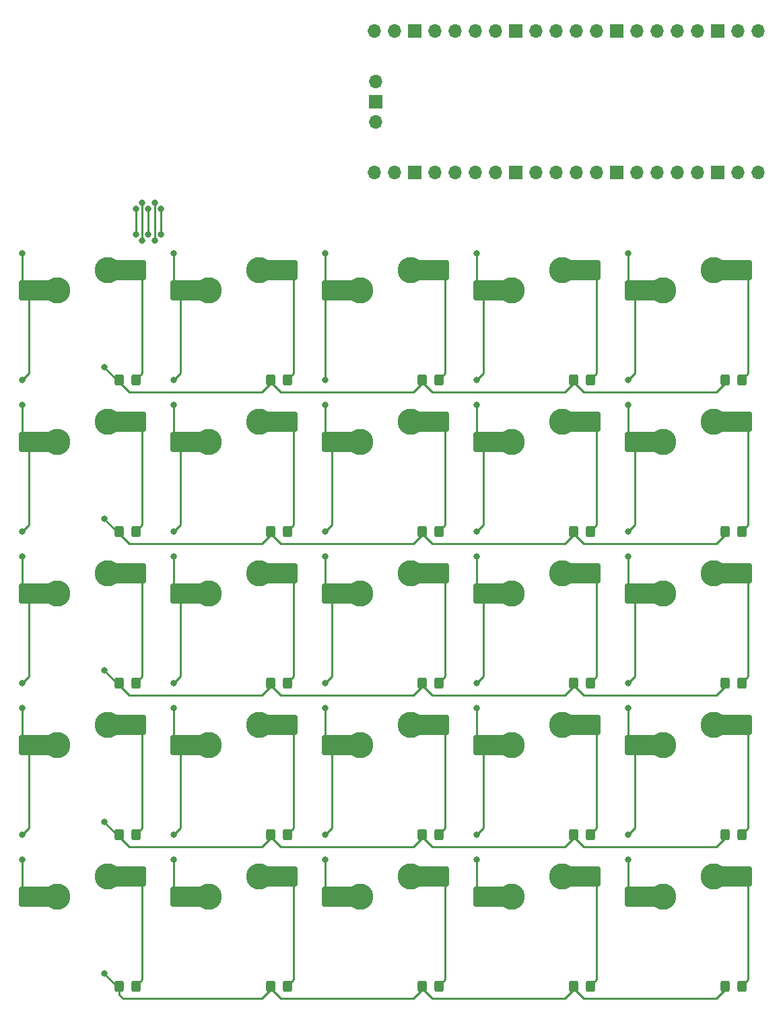
<source format=gbr>
%TF.GenerationSoftware,KiCad,Pcbnew,7.0.1*%
%TF.CreationDate,2023-04-16T00:18:29-05:00*%
%TF.ProjectId,5x5 Macro Pad,35783520-4d61-4637-926f-205061642e6b,rev?*%
%TF.SameCoordinates,Original*%
%TF.FileFunction,Copper,L2,Bot*%
%TF.FilePolarity,Positive*%
%FSLAX46Y46*%
G04 Gerber Fmt 4.6, Leading zero omitted, Abs format (unit mm)*
G04 Created by KiCad (PCBNEW 7.0.1) date 2023-04-16 00:18:29*
%MOMM*%
%LPD*%
G01*
G04 APERTURE LIST*
G04 Aperture macros list*
%AMRoundRect*
0 Rectangle with rounded corners*
0 $1 Rounding radius*
0 $2 $3 $4 $5 $6 $7 $8 $9 X,Y pos of 4 corners*
0 Add a 4 corners polygon primitive as box body*
4,1,4,$2,$3,$4,$5,$6,$7,$8,$9,$2,$3,0*
0 Add four circle primitives for the rounded corners*
1,1,$1+$1,$2,$3*
1,1,$1+$1,$4,$5*
1,1,$1+$1,$6,$7*
1,1,$1+$1,$8,$9*
0 Add four rect primitives between the rounded corners*
20,1,$1+$1,$2,$3,$4,$5,0*
20,1,$1+$1,$4,$5,$6,$7,0*
20,1,$1+$1,$6,$7,$8,$9,0*
20,1,$1+$1,$8,$9,$2,$3,0*%
G04 Aperture macros list end*
%TA.AperFunction,SMDPad,CuDef*%
%ADD10RoundRect,0.250000X-0.325000X-0.450000X0.325000X-0.450000X0.325000X0.450000X-0.325000X0.450000X0*%
%TD*%
%TA.AperFunction,ComponentPad*%
%ADD11C,3.300000*%
%TD*%
%TA.AperFunction,SMDPad,CuDef*%
%ADD12R,1.650000X2.500000*%
%TD*%
%TA.AperFunction,SMDPad,CuDef*%
%ADD13RoundRect,0.250000X1.025000X1.000000X-1.025000X1.000000X-1.025000X-1.000000X1.025000X-1.000000X0*%
%TD*%
%TA.AperFunction,ComponentPad*%
%ADD14O,1.700000X1.700000*%
%TD*%
%TA.AperFunction,ComponentPad*%
%ADD15R,1.700000X1.700000*%
%TD*%
%TA.AperFunction,ViaPad*%
%ADD16C,0.800000*%
%TD*%
%TA.AperFunction,Conductor*%
%ADD17C,0.250000*%
%TD*%
G04 APERTURE END LIST*
D10*
%TO.P,D25,1,K*%
%TO.N,ROW4*%
X161202500Y-170592750D03*
%TO.P,D25,2,A*%
%TO.N,Net-(D25-A)*%
X163252500Y-170592750D03*
%TD*%
%TO.P,D24,1,K*%
%TO.N,ROW4*%
X142152500Y-170592750D03*
%TO.P,D24,2,A*%
%TO.N,Net-(D24-A)*%
X144202500Y-170592750D03*
%TD*%
%TO.P,D23,1,K*%
%TO.N,ROW4*%
X123102500Y-170592750D03*
%TO.P,D23,2,A*%
%TO.N,Net-(D23-A)*%
X125152500Y-170592750D03*
%TD*%
%TO.P,D22,1,K*%
%TO.N,ROW4*%
X104052500Y-170592750D03*
%TO.P,D22,2,A*%
%TO.N,Net-(D22-A)*%
X106102500Y-170592750D03*
%TD*%
%TO.P,D21,1,K*%
%TO.N,ROW4*%
X85002500Y-170592750D03*
%TO.P,D21,2,A*%
%TO.N,Net-(D21-A)*%
X87052500Y-170592750D03*
%TD*%
%TO.P,D20,1,K*%
%TO.N,ROW3*%
X161202500Y-151542750D03*
%TO.P,D20,2,A*%
%TO.N,Net-(D20-A)*%
X163252500Y-151542750D03*
%TD*%
%TO.P,D19,1,K*%
%TO.N,ROW3*%
X142152500Y-151542750D03*
%TO.P,D19,2,A*%
%TO.N,Net-(D19-A)*%
X144202500Y-151542750D03*
%TD*%
%TO.P,D18,1,K*%
%TO.N,ROW3*%
X123102500Y-151542750D03*
%TO.P,D18,2,A*%
%TO.N,Net-(D18-A)*%
X125152500Y-151542750D03*
%TD*%
%TO.P,D17,1,K*%
%TO.N,ROW3*%
X104052500Y-151542750D03*
%TO.P,D17,2,A*%
%TO.N,Net-(D17-A)*%
X106102500Y-151542750D03*
%TD*%
%TO.P,D16,1,K*%
%TO.N,ROW3*%
X85002500Y-151542750D03*
%TO.P,D16,2,A*%
%TO.N,Net-(D16-A)*%
X87052500Y-151542750D03*
%TD*%
%TO.P,D15,1,K*%
%TO.N,ROW2*%
X161202500Y-132492750D03*
%TO.P,D15,2,A*%
%TO.N,Net-(D15-A)*%
X163252500Y-132492750D03*
%TD*%
%TO.P,D14,1,K*%
%TO.N,ROW2*%
X142152500Y-132492750D03*
%TO.P,D14,2,A*%
%TO.N,Net-(D14-A)*%
X144202500Y-132492750D03*
%TD*%
%TO.P,D13,1,K*%
%TO.N,ROW2*%
X123102500Y-132492750D03*
%TO.P,D13,2,A*%
%TO.N,Net-(D13-A)*%
X125152500Y-132492750D03*
%TD*%
%TO.P,D12,2,A*%
%TO.N,Net-(D12-A)*%
X106102500Y-132492750D03*
%TO.P,D12,1,K*%
%TO.N,ROW2*%
X104052500Y-132492750D03*
%TD*%
%TO.P,D11,1,K*%
%TO.N,ROW2*%
X85002500Y-132492750D03*
%TO.P,D11,2,A*%
%TO.N,Net-(D11-A)*%
X87052500Y-132492750D03*
%TD*%
%TO.P,D10,1,K*%
%TO.N,ROW1*%
X161202500Y-113442750D03*
%TO.P,D10,2,A*%
%TO.N,Net-(D10-A)*%
X163252500Y-113442750D03*
%TD*%
%TO.P,D9,1,K*%
%TO.N,ROW1*%
X142152500Y-113442750D03*
%TO.P,D9,2,A*%
%TO.N,Net-(D9-A)*%
X144202500Y-113442750D03*
%TD*%
%TO.P,D8,1,K*%
%TO.N,ROW1*%
X123102500Y-113442750D03*
%TO.P,D8,2,A*%
%TO.N,Net-(D8-A)*%
X125152500Y-113442750D03*
%TD*%
%TO.P,D7,1,K*%
%TO.N,ROW1*%
X104052500Y-113442750D03*
%TO.P,D7,2,A*%
%TO.N,Net-(D7-A)*%
X106102500Y-113442750D03*
%TD*%
%TO.P,D6,1,K*%
%TO.N,ROW1*%
X85002500Y-113442750D03*
%TO.P,D6,2,A*%
%TO.N,Net-(D6-A)*%
X87052500Y-113442750D03*
%TD*%
%TO.P,D5,1,K*%
%TO.N,ROW0*%
X161202500Y-94392750D03*
%TO.P,D5,2,A*%
%TO.N,Net-(D5-A)*%
X163252500Y-94392750D03*
%TD*%
%TO.P,D4,2,A*%
%TO.N,Net-(D4-A)*%
X144202500Y-94392750D03*
%TO.P,D4,1,K*%
%TO.N,ROW0*%
X142152500Y-94392750D03*
%TD*%
%TO.P,D3,1,K*%
%TO.N,ROW0*%
X123102500Y-94392750D03*
%TO.P,D3,2,A*%
%TO.N,Net-(D3-A)*%
X125152500Y-94392750D03*
%TD*%
%TO.P,D2,1,K*%
%TO.N,ROW0*%
X104052500Y-94392750D03*
%TO.P,D2,2,A*%
%TO.N,Net-(D2-A)*%
X106102500Y-94392750D03*
%TD*%
%TO.P,D1,2,A*%
%TO.N,Net-(D1-A)*%
X87052500Y-94392750D03*
%TO.P,D1,1,K*%
%TO.N,ROW0*%
X85002500Y-94392750D03*
%TD*%
D11*
%TO.P,MX25,1,1*%
%TO.N,COL4*%
X153352500Y-159385000D03*
D12*
X151527500Y-159385000D03*
D13*
X149802500Y-159385000D03*
%TO.P,MX25,2,2*%
%TO.N,Net-(D25-A)*%
X163252500Y-156845000D03*
D12*
X161502500Y-156845000D03*
D11*
X159702500Y-156845000D03*
%TD*%
%TO.P,MX24,1,1*%
%TO.N,COL3*%
X134302500Y-159385000D03*
D12*
X132477500Y-159385000D03*
D13*
X130752500Y-159385000D03*
%TO.P,MX24,2,2*%
%TO.N,Net-(D24-A)*%
X144202500Y-156845000D03*
D12*
X142452500Y-156845000D03*
D11*
X140652500Y-156845000D03*
%TD*%
%TO.P,MX23,1,1*%
%TO.N,COL2*%
X115252500Y-159385000D03*
D12*
X113427500Y-159385000D03*
D13*
X111702500Y-159385000D03*
%TO.P,MX23,2,2*%
%TO.N,Net-(D23-A)*%
X125152500Y-156845000D03*
D12*
X123402500Y-156845000D03*
D11*
X121602500Y-156845000D03*
%TD*%
%TO.P,MX22,1,1*%
%TO.N,COL1*%
X96202500Y-159385000D03*
D12*
X94377500Y-159385000D03*
D13*
X92652500Y-159385000D03*
%TO.P,MX22,2,2*%
%TO.N,Net-(D22-A)*%
X106102500Y-156845000D03*
D12*
X104352500Y-156845000D03*
D11*
X102552500Y-156845000D03*
%TD*%
%TO.P,MX21,1,1*%
%TO.N,COL0*%
X77152500Y-159385000D03*
D12*
X75327500Y-159385000D03*
D13*
X73602500Y-159385000D03*
%TO.P,MX21,2,2*%
%TO.N,Net-(D21-A)*%
X87052500Y-156845000D03*
D12*
X85302500Y-156845000D03*
D11*
X83502500Y-156845000D03*
%TD*%
%TO.P,MX20,1,1*%
%TO.N,COL4*%
X153352500Y-140335000D03*
D12*
X151527500Y-140335000D03*
D13*
X149802500Y-140335000D03*
%TO.P,MX20,2,2*%
%TO.N,Net-(D20-A)*%
X163252500Y-137795000D03*
D12*
X161502500Y-137795000D03*
D11*
X159702500Y-137795000D03*
%TD*%
%TO.P,MX19,1,1*%
%TO.N,COL3*%
X134302500Y-140335000D03*
D12*
X132477500Y-140335000D03*
D13*
X130752500Y-140335000D03*
%TO.P,MX19,2,2*%
%TO.N,Net-(D19-A)*%
X144202500Y-137795000D03*
D12*
X142452500Y-137795000D03*
D11*
X140652500Y-137795000D03*
%TD*%
%TO.P,MX18,1,1*%
%TO.N,COL2*%
X115252500Y-140335000D03*
D12*
X113427500Y-140335000D03*
D13*
X111702500Y-140335000D03*
%TO.P,MX18,2,2*%
%TO.N,Net-(D18-A)*%
X125152500Y-137795000D03*
D12*
X123402500Y-137795000D03*
D11*
X121602500Y-137795000D03*
%TD*%
%TO.P,MX17,1,1*%
%TO.N,COL1*%
X96202500Y-140335000D03*
D12*
X94377500Y-140335000D03*
D13*
X92652500Y-140335000D03*
%TO.P,MX17,2,2*%
%TO.N,Net-(D17-A)*%
X106102500Y-137795000D03*
D12*
X104352500Y-137795000D03*
D11*
X102552500Y-137795000D03*
%TD*%
%TO.P,MX16,1,1*%
%TO.N,COL0*%
X77152500Y-140335000D03*
D12*
X75327500Y-140335000D03*
D13*
X73602500Y-140335000D03*
%TO.P,MX16,2,2*%
%TO.N,Net-(D16-A)*%
X87052500Y-137795000D03*
D12*
X85302500Y-137795000D03*
D11*
X83502500Y-137795000D03*
%TD*%
%TO.P,MX15,1,1*%
%TO.N,COL4*%
X153352500Y-121285000D03*
D12*
X151527500Y-121285000D03*
D13*
X149802500Y-121285000D03*
%TO.P,MX15,2,2*%
%TO.N,Net-(D15-A)*%
X163252500Y-118745000D03*
D12*
X161502500Y-118745000D03*
D11*
X159702500Y-118745000D03*
%TD*%
%TO.P,MX14,1,1*%
%TO.N,COL3*%
X134302500Y-121285000D03*
D12*
X132477500Y-121285000D03*
D13*
X130752500Y-121285000D03*
%TO.P,MX14,2,2*%
%TO.N,Net-(D14-A)*%
X144202500Y-118745000D03*
D12*
X142452500Y-118745000D03*
D11*
X140652500Y-118745000D03*
%TD*%
%TO.P,MX13,1,1*%
%TO.N,COL2*%
X115252500Y-121285000D03*
D12*
X113427500Y-121285000D03*
D13*
X111702500Y-121285000D03*
%TO.P,MX13,2,2*%
%TO.N,Net-(D13-A)*%
X125152500Y-118745000D03*
D12*
X123402500Y-118745000D03*
D11*
X121602500Y-118745000D03*
%TD*%
%TO.P,MX12,1,1*%
%TO.N,COL1*%
X96202500Y-121285000D03*
D12*
X94377500Y-121285000D03*
D13*
X92652500Y-121285000D03*
%TO.P,MX12,2,2*%
%TO.N,Net-(D12-A)*%
X106102500Y-118745000D03*
D12*
X104352500Y-118745000D03*
D11*
X102552500Y-118745000D03*
%TD*%
%TO.P,MX11,1,1*%
%TO.N,COL0*%
X77152500Y-121285000D03*
D12*
X75327500Y-121285000D03*
D13*
X73602500Y-121285000D03*
%TO.P,MX11,2,2*%
%TO.N,Net-(D11-A)*%
X87052500Y-118745000D03*
D12*
X85302500Y-118745000D03*
D11*
X83502500Y-118745000D03*
%TD*%
%TO.P,MX10,1,1*%
%TO.N,COL4*%
X153352500Y-102235000D03*
D12*
X151527500Y-102235000D03*
D13*
X149802500Y-102235000D03*
%TO.P,MX10,2,2*%
%TO.N,Net-(D10-A)*%
X163252500Y-99695000D03*
D12*
X161502500Y-99695000D03*
D11*
X159702500Y-99695000D03*
%TD*%
%TO.P,MX9,1,1*%
%TO.N,COL3*%
X134302500Y-102235000D03*
D12*
X132477500Y-102235000D03*
D13*
X130752500Y-102235000D03*
%TO.P,MX9,2,2*%
%TO.N,Net-(D9-A)*%
X144202500Y-99695000D03*
D12*
X142452500Y-99695000D03*
D11*
X140652500Y-99695000D03*
%TD*%
%TO.P,MX8,1,1*%
%TO.N,COL2*%
X115252500Y-102235000D03*
D12*
X113427500Y-102235000D03*
D13*
X111702500Y-102235000D03*
%TO.P,MX8,2,2*%
%TO.N,Net-(D8-A)*%
X125152500Y-99695000D03*
D12*
X123402500Y-99695000D03*
D11*
X121602500Y-99695000D03*
%TD*%
%TO.P,MX7,1,1*%
%TO.N,COL1*%
X96202500Y-102235000D03*
D12*
X94377500Y-102235000D03*
D13*
X92652500Y-102235000D03*
%TO.P,MX7,2,2*%
%TO.N,Net-(D7-A)*%
X106102500Y-99695000D03*
D12*
X104352500Y-99695000D03*
D11*
X102552500Y-99695000D03*
%TD*%
%TO.P,MX6,1,1*%
%TO.N,COL0*%
X77152500Y-102235000D03*
D12*
X75327500Y-102235000D03*
D13*
X73602500Y-102235000D03*
%TO.P,MX6,2,2*%
%TO.N,Net-(D6-A)*%
X87052500Y-99695000D03*
D12*
X85302500Y-99695000D03*
D11*
X83502500Y-99695000D03*
%TD*%
%TO.P,MX5,1,1*%
%TO.N,COL4*%
X153352500Y-83185000D03*
D12*
X151527500Y-83185000D03*
D13*
X149802500Y-83185000D03*
%TO.P,MX5,2,2*%
%TO.N,Net-(D5-A)*%
X163252500Y-80645000D03*
D12*
X161502500Y-80645000D03*
D11*
X159702500Y-80645000D03*
%TD*%
%TO.P,MX4,1,1*%
%TO.N,COL3*%
X134302500Y-83185000D03*
D12*
X132477500Y-83185000D03*
D13*
X130752500Y-83185000D03*
%TO.P,MX4,2,2*%
%TO.N,Net-(D4-A)*%
X144202500Y-80645000D03*
D12*
X142452500Y-80645000D03*
D11*
X140652500Y-80645000D03*
%TD*%
%TO.P,MX3,1,1*%
%TO.N,COL2*%
X115252500Y-83185000D03*
D12*
X113427500Y-83185000D03*
D13*
X111702500Y-83185000D03*
%TO.P,MX3,2,2*%
%TO.N,Net-(D3-A)*%
X125152500Y-80645000D03*
D12*
X123402500Y-80645000D03*
D11*
X121602500Y-80645000D03*
%TD*%
%TO.P,MX2,1,1*%
%TO.N,COL1*%
X96202500Y-83185000D03*
D12*
X94377500Y-83185000D03*
D13*
X92652500Y-83185000D03*
%TO.P,MX2,2,2*%
%TO.N,Net-(D2-A)*%
X106102500Y-80645000D03*
D12*
X104352500Y-80645000D03*
D11*
X102552500Y-80645000D03*
%TD*%
%TO.P,MX1,1,1*%
%TO.N,COL0*%
X77152500Y-83185000D03*
D12*
X75327500Y-83185000D03*
D13*
X73602500Y-83185000D03*
%TO.P,MX1,2,2*%
%TO.N,Net-(D1-A)*%
X87052500Y-80645000D03*
D12*
X85302500Y-80645000D03*
D11*
X83502500Y-80645000D03*
%TD*%
D14*
%TO.P,U1,43,SWDIO*%
%TO.N,unconnected-(U1-SWDIO-Pad43)*%
X117254500Y-61976000D03*
D15*
%TO.P,U1,42,GND*%
%TO.N,unconnected-(U1-GND-Pad42)*%
X117254500Y-59436000D03*
D14*
%TO.P,U1,41,SWCLK*%
%TO.N,unconnected-(U1-SWCLK-Pad41)*%
X117254500Y-56896000D03*
%TO.P,U1,40,VBUS*%
%TO.N,unconnected-(U1-VBUS-Pad40)*%
X165284500Y-68326000D03*
%TO.P,U1,39,VSYS*%
%TO.N,unconnected-(U1-VSYS-Pad39)*%
X162744500Y-68326000D03*
D15*
%TO.P,U1,38,GND*%
%TO.N,unconnected-(U1-GND-Pad38)*%
X160204500Y-68326000D03*
D14*
%TO.P,U1,37,3V3_EN*%
%TO.N,unconnected-(U1-3V3_EN-Pad37)*%
X157664500Y-68326000D03*
%TO.P,U1,36,3V3*%
%TO.N,unconnected-(U1-3V3-Pad36)*%
X155124500Y-68326000D03*
%TO.P,U1,35,ADC_VREF*%
%TO.N,unconnected-(U1-ADC_VREF-Pad35)*%
X152584500Y-68326000D03*
%TO.P,U1,34,GPIO28_ADC2*%
%TO.N,COL4*%
X150044500Y-68326000D03*
D15*
%TO.P,U1,33,AGND*%
%TO.N,unconnected-(U1-AGND-Pad33)*%
X147504500Y-68326000D03*
D14*
%TO.P,U1,32,GPIO27_ADC1*%
%TO.N,COL3*%
X144964500Y-68326000D03*
%TO.P,U1,31,GPIO26_ADC0*%
%TO.N,COL2*%
X142424500Y-68326000D03*
%TO.P,U1,30,RUN*%
%TO.N,unconnected-(U1-RUN-Pad30)*%
X139884500Y-68326000D03*
%TO.P,U1,29,GPIO22*%
%TO.N,COL1*%
X137344500Y-68326000D03*
D15*
%TO.P,U1,28,GND*%
%TO.N,unconnected-(U1-GND-Pad28)*%
X134804500Y-68326000D03*
D14*
%TO.P,U1,27,GPIO21*%
%TO.N,COL0*%
X132264500Y-68326000D03*
%TO.P,U1,26,GPIO20*%
%TO.N,ROW4*%
X129724500Y-68326000D03*
%TO.P,U1,25,GPIO19*%
%TO.N,ROW3*%
X127184500Y-68326000D03*
%TO.P,U1,24,GPIO18*%
%TO.N,ROW2*%
X124644500Y-68326000D03*
D15*
%TO.P,U1,23,GND*%
%TO.N,unconnected-(U1-GND-Pad23)*%
X122104500Y-68326000D03*
D14*
%TO.P,U1,22,GPIO17*%
%TO.N,ROW1*%
X119564500Y-68326000D03*
%TO.P,U1,21,GPIO16*%
%TO.N,ROW0*%
X117024500Y-68326000D03*
%TO.P,U1,20,GPIO15*%
%TO.N,unconnected-(U1-GPIO15-Pad20)*%
X117024500Y-50546000D03*
%TO.P,U1,19,GPIO14*%
%TO.N,unconnected-(U1-GPIO14-Pad19)*%
X119564500Y-50546000D03*
D15*
%TO.P,U1,18,GND*%
%TO.N,unconnected-(U1-GND-Pad18)*%
X122104500Y-50546000D03*
D14*
%TO.P,U1,17,GPIO13*%
%TO.N,unconnected-(U1-GPIO13-Pad17)*%
X124644500Y-50546000D03*
%TO.P,U1,16,GPIO12*%
%TO.N,unconnected-(U1-GPIO12-Pad16)*%
X127184500Y-50546000D03*
%TO.P,U1,15,GPIO11*%
%TO.N,unconnected-(U1-GPIO11-Pad15)*%
X129724500Y-50546000D03*
%TO.P,U1,14,GPIO10*%
%TO.N,unconnected-(U1-GPIO10-Pad14)*%
X132264500Y-50546000D03*
D15*
%TO.P,U1,13,GND*%
%TO.N,unconnected-(U1-GND-Pad13)*%
X134804500Y-50546000D03*
D14*
%TO.P,U1,12,GPIO9*%
%TO.N,unconnected-(U1-GPIO9-Pad12)*%
X137344500Y-50546000D03*
%TO.P,U1,11,GPIO8*%
%TO.N,unconnected-(U1-GPIO8-Pad11)*%
X139884500Y-50546000D03*
%TO.P,U1,10,GPIO7*%
%TO.N,unconnected-(U1-GPIO7-Pad10)*%
X142424500Y-50546000D03*
%TO.P,U1,9,GPIO6*%
%TO.N,unconnected-(U1-GPIO6-Pad9)*%
X144964500Y-50546000D03*
D15*
%TO.P,U1,8,GND*%
%TO.N,unconnected-(U1-GND-Pad8)*%
X147504500Y-50546000D03*
D14*
%TO.P,U1,7,GPIO5*%
%TO.N,unconnected-(U1-GPIO5-Pad7)*%
X150044500Y-50546000D03*
%TO.P,U1,6,GPIO4*%
%TO.N,unconnected-(U1-GPIO4-Pad6)*%
X152584500Y-50546000D03*
%TO.P,U1,5,GPIO3*%
%TO.N,unconnected-(U1-GPIO3-Pad5)*%
X155124500Y-50546000D03*
%TO.P,U1,4,GPIO2*%
%TO.N,unconnected-(U1-GPIO2-Pad4)*%
X157664500Y-50546000D03*
D15*
%TO.P,U1,3,GND*%
%TO.N,unconnected-(U1-GND-Pad3)*%
X160204500Y-50546000D03*
D14*
%TO.P,U1,2,GPIO1*%
%TO.N,unconnected-(U1-GPIO1-Pad2)*%
X162744500Y-50546000D03*
%TO.P,U1,1,GPIO0*%
%TO.N,unconnected-(U1-GPIO0-Pad1)*%
X165284500Y-50546000D03*
%TD*%
D16*
%TO.N,ROW0*%
X87052500Y-72961500D03*
%TO.N,ROW1*%
X87846250Y-72167750D03*
%TO.N,ROW2*%
X88640000Y-72961500D03*
%TO.N,ROW3*%
X89433750Y-72167750D03*
%TO.N,ROW4*%
X90227500Y-72961500D03*
%TO.N,ROW0*%
X87052500Y-76136500D03*
%TO.N,ROW1*%
X87846250Y-76930250D03*
%TO.N,ROW2*%
X88640000Y-76136500D03*
%TO.N,ROW3*%
X89433750Y-76930250D03*
%TO.N,ROW4*%
X90227500Y-76136500D03*
X83083750Y-169005250D03*
%TO.N,ROW3*%
X83083750Y-149955250D03*
%TO.N,ROW2*%
X83083750Y-130905250D03*
%TO.N,ROW1*%
X83083750Y-111855250D03*
%TO.N,ROW0*%
X83083750Y-92805250D03*
%TO.N,COL4*%
X148965000Y-78517750D03*
%TO.N,COL3*%
X129915000Y-78517750D03*
%TO.N,COL4*%
X148965000Y-97567750D03*
X148965000Y-94392750D03*
X148965000Y-116617750D03*
X148965000Y-113442750D03*
X148965000Y-135667750D03*
X148965000Y-132492750D03*
X148965000Y-154717750D03*
X148965000Y-151542750D03*
%TO.N,COL3*%
X129915000Y-97567750D03*
X129915000Y-94392750D03*
X129915000Y-116617750D03*
X129915000Y-113442750D03*
X129915000Y-135667750D03*
X129915000Y-132492750D03*
X129915000Y-154717750D03*
X129915000Y-151542750D03*
%TO.N,COL2*%
X110865000Y-78517750D03*
X110865000Y-97567750D03*
X110865000Y-94392750D03*
X110865000Y-116617750D03*
X110865000Y-113442750D03*
X110865000Y-135667750D03*
X110865000Y-132492750D03*
X110865000Y-154717750D03*
X110865000Y-151542750D03*
%TO.N,COL1*%
X91815000Y-78517750D03*
%TO.N,COL0*%
X72765000Y-78517750D03*
X72765000Y-94392750D03*
X72765000Y-97567750D03*
X72765000Y-113442750D03*
X72765000Y-116617750D03*
X72765000Y-132492750D03*
X72765000Y-135667750D03*
X72765000Y-151542750D03*
X72765000Y-154717750D03*
%TO.N,COL1*%
X91815000Y-94392750D03*
X91815000Y-97567750D03*
X91815000Y-113442750D03*
X91815000Y-116617750D03*
X91815000Y-132492750D03*
X91815000Y-135667750D03*
X91815000Y-151542750D03*
X91815000Y-154717750D03*
%TD*%
D17*
%TO.N,COL2*%
X110865000Y-94392750D02*
X110865000Y-84022500D01*
X110865000Y-84022500D02*
X111702500Y-83185000D01*
%TO.N,ROW4*%
X90227500Y-76136500D02*
X90227500Y-72961500D01*
%TO.N,ROW3*%
X89433750Y-72167750D02*
X89433750Y-76930250D01*
%TO.N,ROW2*%
X88640000Y-76136500D02*
X88640000Y-72961500D01*
%TO.N,ROW1*%
X87846250Y-72167750D02*
X87846250Y-76930250D01*
%TO.N,ROW0*%
X87052500Y-76136500D02*
X87052500Y-72961500D01*
%TO.N,ROW4*%
X84671250Y-170592750D02*
X83083750Y-169005250D01*
X85002500Y-170592750D02*
X84671250Y-170592750D01*
%TO.N,ROW1*%
X84671250Y-113442750D02*
X83083750Y-111855250D01*
X85002500Y-113442750D02*
X84671250Y-113442750D01*
%TO.N,ROW2*%
X84671250Y-132492750D02*
X83083750Y-130905250D01*
X85002500Y-132492750D02*
X84671250Y-132492750D01*
%TO.N,ROW3*%
X84671250Y-151542750D02*
X83083750Y-149955250D01*
X85002500Y-151542750D02*
X84671250Y-151542750D01*
%TO.N,ROW0*%
X85002500Y-94392750D02*
X84671250Y-94392750D01*
X84671250Y-94392750D02*
X83083750Y-92805250D01*
%TO.N,COL4*%
X149802500Y-150705250D02*
X148965000Y-151542750D01*
X149802500Y-140335000D02*
X149802500Y-150705250D01*
X149802500Y-131655250D02*
X148965000Y-132492750D01*
X149802500Y-121285000D02*
X149802500Y-131655250D01*
X149802500Y-112605250D02*
X148965000Y-113442750D01*
X149802500Y-102235000D02*
X149802500Y-112605250D01*
X149802500Y-93555250D02*
X148965000Y-94392750D01*
X149802500Y-83185000D02*
X149802500Y-93555250D01*
%TO.N,COL3*%
X130752500Y-150705250D02*
X129915000Y-151542750D01*
X130752500Y-140335000D02*
X130752500Y-150705250D01*
X130752500Y-131655250D02*
X129915000Y-132492750D01*
X130752500Y-121285000D02*
X130752500Y-131655250D01*
X130752500Y-112605250D02*
X129915000Y-113442750D01*
X130752500Y-102235000D02*
X130752500Y-112605250D01*
X130752500Y-93555250D02*
X129915000Y-94392750D01*
X130752500Y-83185000D02*
X130752500Y-93555250D01*
%TO.N,COL2*%
X111702500Y-150705250D02*
X110865000Y-151542750D01*
X111702500Y-140335000D02*
X111702500Y-150705250D01*
X111702500Y-131655250D02*
X110865000Y-132492750D01*
X111702500Y-121285000D02*
X111702500Y-131655250D01*
X111702500Y-112605250D02*
X110865000Y-113442750D01*
X111702500Y-102235000D02*
X111702500Y-112605250D01*
%TO.N,COL1*%
X92652500Y-150705250D02*
X91815000Y-151542750D01*
X92652500Y-140335000D02*
X92652500Y-150705250D01*
X92652500Y-131655250D02*
X91815000Y-132492750D01*
X92652500Y-121285000D02*
X92652500Y-131655250D01*
X92652500Y-112605250D02*
X91815000Y-113442750D01*
X92652500Y-102235000D02*
X92652500Y-112605250D01*
X92652500Y-83185000D02*
X92652500Y-93555250D01*
X92652500Y-93555250D02*
X91815000Y-94392750D01*
%TO.N,COL0*%
X73602500Y-150705250D02*
X72765000Y-151542750D01*
X73602500Y-140335000D02*
X73602500Y-150705250D01*
X73602500Y-131655250D02*
X72765000Y-132492750D01*
X73602500Y-121285000D02*
X73602500Y-131655250D01*
X73602500Y-112605250D02*
X72765000Y-113442750D01*
X73602500Y-102235000D02*
X73602500Y-112605250D01*
X73602500Y-93555250D02*
X72765000Y-94392750D01*
X73602500Y-83185000D02*
X73602500Y-93555250D01*
%TO.N,COL4*%
X148965000Y-82347500D02*
X148965000Y-78517750D01*
X149802500Y-83185000D02*
X148965000Y-82347500D01*
X149802500Y-102235000D02*
X148965000Y-101397500D01*
X148965000Y-101397500D02*
X148965000Y-97567750D01*
X148965000Y-120447500D02*
X148965000Y-116617750D01*
X149802500Y-121285000D02*
X148965000Y-120447500D01*
X148965000Y-139497500D02*
X148965000Y-135667750D01*
X149802500Y-140335000D02*
X148965000Y-139497500D01*
X148965000Y-158547500D02*
X148965000Y-154717750D01*
X149802500Y-159385000D02*
X148965000Y-158547500D01*
%TO.N,COL0*%
X72765000Y-158547500D02*
X72765000Y-154717750D01*
X73602500Y-159385000D02*
X72765000Y-158547500D01*
%TO.N,COL1*%
X91815000Y-158547500D02*
X91815000Y-154717750D01*
X92652500Y-159385000D02*
X91815000Y-158547500D01*
X91815000Y-139497500D02*
X91815000Y-135667750D01*
X92652500Y-140335000D02*
X91815000Y-139497500D01*
%TO.N,COL0*%
X72765000Y-139497500D02*
X72765000Y-135667750D01*
X73602500Y-140335000D02*
X72765000Y-139497500D01*
%TO.N,COL1*%
X91815000Y-120447500D02*
X91815000Y-116617750D01*
X92652500Y-121285000D02*
X91815000Y-120447500D01*
%TO.N,COL0*%
X72765000Y-120447500D02*
X72765000Y-116617750D01*
X73602500Y-121285000D02*
X72765000Y-120447500D01*
X72765000Y-101397500D02*
X72765000Y-97567750D01*
X73602500Y-102235000D02*
X72765000Y-101397500D01*
%TO.N,COL1*%
X91815000Y-101397500D02*
X91815000Y-97567750D01*
X92652500Y-102235000D02*
X91815000Y-101397500D01*
%TO.N,COL2*%
X110865000Y-101397500D02*
X110865000Y-97567750D01*
X111702500Y-102235000D02*
X110865000Y-101397500D01*
X110865000Y-120447500D02*
X110865000Y-116617750D01*
X111702500Y-121285000D02*
X110865000Y-120447500D01*
X110865000Y-139497500D02*
X110865000Y-135667750D01*
X111702500Y-140335000D02*
X110865000Y-139497500D01*
X110865000Y-158547500D02*
X110865000Y-154717750D01*
X111702500Y-159385000D02*
X110865000Y-158547500D01*
%TO.N,COL3*%
X129915000Y-158547500D02*
X129915000Y-154717750D01*
X130752500Y-159385000D02*
X129915000Y-158547500D01*
X129915000Y-139497500D02*
X129915000Y-135667750D01*
X130752500Y-140335000D02*
X129915000Y-139497500D01*
X129915000Y-120447500D02*
X129915000Y-116617750D01*
X130752500Y-121285000D02*
X129915000Y-120447500D01*
X129915000Y-101397500D02*
X129915000Y-97567750D01*
X130752500Y-102235000D02*
X129915000Y-101397500D01*
X129915000Y-82347500D02*
X129915000Y-78517750D01*
X130752500Y-83185000D02*
X129915000Y-82347500D01*
%TO.N,COL2*%
X110865000Y-82347500D02*
X110865000Y-78517750D01*
X111702500Y-83185000D02*
X110865000Y-82347500D01*
%TO.N,COL1*%
X91815000Y-82347500D02*
X91815000Y-78517750D01*
X92652500Y-83185000D02*
X91815000Y-82347500D01*
%TO.N,COL0*%
X72765000Y-82347500D02*
X72765000Y-78517750D01*
X73602500Y-83185000D02*
X72765000Y-82347500D01*
%TO.N,ROW4*%
X161202500Y-171055250D02*
X161202500Y-170592750D01*
X160077500Y-172180250D02*
X161202500Y-171055250D01*
X143408750Y-172180250D02*
X160077500Y-172180250D01*
X142152500Y-170592750D02*
X142152500Y-170924000D01*
X142152500Y-170924000D02*
X143408750Y-172180250D01*
X142152500Y-171055250D02*
X142152500Y-170592750D01*
X141027500Y-172180250D02*
X142152500Y-171055250D01*
X123102500Y-170924000D02*
X124358750Y-172180250D01*
X124358750Y-172180250D02*
X141027500Y-172180250D01*
X123102500Y-170592750D02*
X123102500Y-170924000D01*
X123102500Y-171055250D02*
X123102500Y-170592750D01*
X121977500Y-172180250D02*
X123102500Y-171055250D01*
X105308750Y-172180250D02*
X121977500Y-172180250D01*
X104052500Y-170924000D02*
X105308750Y-172180250D01*
X104052500Y-170592750D02*
X104052500Y-170924000D01*
X104052500Y-171055250D02*
X104052500Y-170592750D01*
X102927500Y-172180250D02*
X104052500Y-171055250D01*
X85465000Y-172180250D02*
X102927500Y-172180250D01*
X85002500Y-171717750D02*
X85465000Y-172180250D01*
X85002500Y-170592750D02*
X85002500Y-171717750D01*
%TO.N,ROW3*%
X161202500Y-152005250D02*
X161202500Y-151542750D01*
X160077500Y-153130250D02*
X161202500Y-152005250D01*
X143408750Y-153130250D02*
X160077500Y-153130250D01*
X142152500Y-151874000D02*
X143408750Y-153130250D01*
X142152500Y-151542750D02*
X142152500Y-151874000D01*
X142152500Y-152005250D02*
X142152500Y-151542750D01*
X141027500Y-153130250D02*
X142152500Y-152005250D01*
X124358750Y-153130250D02*
X141027500Y-153130250D01*
X123102500Y-151874000D02*
X124358750Y-153130250D01*
X123102500Y-151542750D02*
X123102500Y-151874000D01*
X123102500Y-152005250D02*
X123102500Y-151542750D01*
X121977500Y-153130250D02*
X123102500Y-152005250D01*
X105308750Y-153130250D02*
X121977500Y-153130250D01*
X104052500Y-151542750D02*
X104052500Y-151874000D01*
X104052500Y-151874000D02*
X105308750Y-153130250D01*
X102927500Y-153130250D02*
X104052500Y-152005250D01*
X104052500Y-152005250D02*
X104052500Y-151542750D01*
X85002500Y-151874000D02*
X86258750Y-153130250D01*
X86258750Y-153130250D02*
X102927500Y-153130250D01*
X85002500Y-151542750D02*
X85002500Y-151874000D01*
%TO.N,ROW2*%
X104052500Y-132955250D02*
X104052500Y-132492750D01*
X86258750Y-134080250D02*
X102927500Y-134080250D01*
X85002500Y-132824000D02*
X86258750Y-134080250D01*
X102927500Y-134080250D02*
X104052500Y-132955250D01*
X85002500Y-132492750D02*
X85002500Y-132824000D01*
X123102500Y-132955250D02*
X123102500Y-132492750D01*
X121977500Y-134080250D02*
X123102500Y-132955250D01*
X105308750Y-134080250D02*
X121977500Y-134080250D01*
X104052500Y-132824000D02*
X105308750Y-134080250D01*
X104052500Y-132492750D02*
X104052500Y-132824000D01*
X124358750Y-134080250D02*
X141027500Y-134080250D01*
X123102500Y-132824000D02*
X124358750Y-134080250D01*
X123102500Y-132492750D02*
X123102500Y-132824000D01*
X141027500Y-134080250D02*
X142152500Y-132955250D01*
X142152500Y-132955250D02*
X142152500Y-132492750D01*
X143408750Y-134080250D02*
X142152500Y-132824000D01*
X160077500Y-134080250D02*
X143408750Y-134080250D01*
X161202500Y-132955250D02*
X160077500Y-134080250D01*
X161202500Y-132492750D02*
X161202500Y-132955250D01*
X142152500Y-132824000D02*
X142152500Y-132492750D01*
%TO.N,ROW1*%
X86258750Y-115030250D02*
X102927500Y-115030250D01*
X102927500Y-115030250D02*
X104052500Y-113905250D01*
X104052500Y-113905250D02*
X104052500Y-113442750D01*
X85002500Y-113442750D02*
X85002500Y-113774000D01*
X85002500Y-113774000D02*
X86258750Y-115030250D01*
X104052500Y-113774000D02*
X104052500Y-113442750D01*
X105308750Y-115030250D02*
X104052500Y-113774000D01*
X121977500Y-115030250D02*
X105308750Y-115030250D01*
X123102500Y-113905250D02*
X121977500Y-115030250D01*
X123102500Y-113442750D02*
X123102500Y-113905250D01*
X124358750Y-115030250D02*
X123102500Y-113774000D01*
X123102500Y-113774000D02*
X123102500Y-113442750D01*
X142152500Y-113905250D02*
X141027500Y-115030250D01*
X141027500Y-115030250D02*
X124358750Y-115030250D01*
X142152500Y-113442750D02*
X142152500Y-113905250D01*
X142152500Y-113774000D02*
X142152500Y-113442750D01*
X143408750Y-115030250D02*
X142152500Y-113774000D01*
X160077500Y-115030250D02*
X143408750Y-115030250D01*
X161202500Y-113905250D02*
X160077500Y-115030250D01*
X161202500Y-113442750D02*
X161202500Y-113905250D01*
%TO.N,ROW0*%
X143408750Y-95980250D02*
X142152500Y-94724000D01*
X160077500Y-95980250D02*
X143408750Y-95980250D01*
X142152500Y-94724000D02*
X142152500Y-94392750D01*
X161202500Y-94855250D02*
X160077500Y-95980250D01*
X161202500Y-94392750D02*
X161202500Y-94855250D01*
X124358750Y-95980250D02*
X123102500Y-94724000D01*
X141027500Y-95980250D02*
X124358750Y-95980250D01*
X123102500Y-94724000D02*
X123102500Y-94392750D01*
X142152500Y-94855250D02*
X141027500Y-95980250D01*
X142152500Y-94392750D02*
X142152500Y-94855250D01*
X104052500Y-94724000D02*
X104052500Y-94392750D01*
X105308750Y-95980250D02*
X104052500Y-94724000D01*
X121977500Y-95980250D02*
X105308750Y-95980250D01*
X123102500Y-94392750D02*
X123102500Y-94855250D01*
X123102500Y-94855250D02*
X121977500Y-95980250D01*
X85002500Y-94724000D02*
X85002500Y-94392750D01*
X86258750Y-95980250D02*
X85002500Y-94724000D01*
X104052500Y-94392750D02*
X104052500Y-94855250D01*
X104052500Y-94855250D02*
X102927500Y-95980250D01*
X102927500Y-95980250D02*
X86258750Y-95980250D01*
%TO.N,Net-(D25-A)*%
X164046250Y-169799000D02*
X163252500Y-170592750D01*
X164046250Y-157638750D02*
X164046250Y-169799000D01*
X163252500Y-156845000D02*
X164046250Y-157638750D01*
%TO.N,Net-(D24-A)*%
X144996250Y-169799000D02*
X144202500Y-170592750D01*
X144996250Y-157638750D02*
X144996250Y-169799000D01*
X144202500Y-156845000D02*
X144996250Y-157638750D01*
%TO.N,Net-(D23-A)*%
X125946250Y-169799000D02*
X125152500Y-170592750D01*
X125946250Y-157638750D02*
X125946250Y-169799000D01*
X125152500Y-156845000D02*
X125946250Y-157638750D01*
%TO.N,Net-(D22-A)*%
X106896250Y-169799000D02*
X106102500Y-170592750D01*
X106896250Y-157638750D02*
X106896250Y-169799000D01*
X106102500Y-156845000D02*
X106896250Y-157638750D01*
%TO.N,Net-(D21-A)*%
X87846250Y-169799000D02*
X87052500Y-170592750D01*
X87846250Y-157638750D02*
X87846250Y-169799000D01*
X87052500Y-156845000D02*
X87846250Y-157638750D01*
%TO.N,Net-(D20-A)*%
X164046250Y-150749000D02*
X163252500Y-151542750D01*
X163252500Y-137795000D02*
X164046250Y-138588750D01*
X164046250Y-138588750D02*
X164046250Y-150749000D01*
%TO.N,Net-(D19-A)*%
X144996250Y-138588750D02*
X144996250Y-150749000D01*
X144202500Y-137795000D02*
X144996250Y-138588750D01*
X144996250Y-150749000D02*
X144202500Y-151542750D01*
%TO.N,Net-(D18-A)*%
X125946250Y-150749000D02*
X125152500Y-151542750D01*
X125946250Y-138588750D02*
X125946250Y-150749000D01*
X125152500Y-137795000D02*
X125946250Y-138588750D01*
%TO.N,Net-(D17-A)*%
X106896250Y-150749000D02*
X106102500Y-151542750D01*
X106102500Y-137795000D02*
X106896250Y-138588750D01*
X106896250Y-138588750D02*
X106896250Y-150749000D01*
%TO.N,Net-(D16-A)*%
X87052500Y-137795000D02*
X87846250Y-138588750D01*
X87846250Y-138588750D02*
X87846250Y-150749000D01*
X87846250Y-150749000D02*
X87052500Y-151542750D01*
%TO.N,Net-(D15-A)*%
X164046250Y-119538750D02*
X164046250Y-131699000D01*
X163252500Y-118745000D02*
X164046250Y-119538750D01*
X164046250Y-131699000D02*
X163252500Y-132492750D01*
%TO.N,Net-(D14-A)*%
X144996250Y-131699000D02*
X144202500Y-132492750D01*
X144996250Y-119538750D02*
X144996250Y-131699000D01*
X144202500Y-118745000D02*
X144996250Y-119538750D01*
%TO.N,Net-(D13-A)*%
X125946250Y-131699000D02*
X125152500Y-132492750D01*
X125946250Y-119538750D02*
X125946250Y-131699000D01*
X125152500Y-118745000D02*
X125946250Y-119538750D01*
%TO.N,Net-(D12-A)*%
X106896250Y-131699000D02*
X106102500Y-132492750D01*
X106896250Y-119538750D02*
X106896250Y-131699000D01*
X106102500Y-118745000D02*
X106896250Y-119538750D01*
%TO.N,Net-(D11-A)*%
X87846250Y-131699000D02*
X87052500Y-132492750D01*
X87846250Y-119538750D02*
X87846250Y-131699000D01*
X87052500Y-118745000D02*
X87846250Y-119538750D01*
%TO.N,Net-(D10-A)*%
X164046250Y-100488750D02*
X164046250Y-112649000D01*
X164046250Y-112649000D02*
X163252500Y-113442750D01*
X163252500Y-99695000D02*
X164046250Y-100488750D01*
%TO.N,Net-(D9-A)*%
X144996250Y-112649000D02*
X144202500Y-113442750D01*
X144996250Y-100488750D02*
X144996250Y-112649000D01*
X144202500Y-99695000D02*
X144996250Y-100488750D01*
%TO.N,Net-(D8-A)*%
X125946250Y-112649000D02*
X125152500Y-113442750D01*
X125946250Y-100488750D02*
X125946250Y-112649000D01*
X125152500Y-99695000D02*
X125946250Y-100488750D01*
%TO.N,Net-(D7-A)*%
X106896250Y-112649000D02*
X106102500Y-113442750D01*
X106896250Y-100488750D02*
X106896250Y-112649000D01*
X106102500Y-99695000D02*
X106896250Y-100488750D01*
%TO.N,Net-(D6-A)*%
X87846250Y-100488750D02*
X87846250Y-112649000D01*
X87052500Y-99695000D02*
X87846250Y-100488750D01*
X87846250Y-112649000D02*
X87052500Y-113442750D01*
%TO.N,Net-(D5-A)*%
X164046250Y-81438750D02*
X164046250Y-93599000D01*
X164046250Y-93599000D02*
X163252500Y-94392750D01*
X163252500Y-80645000D02*
X164046250Y-81438750D01*
%TO.N,Net-(D4-A)*%
X144996250Y-93599000D02*
X144202500Y-94392750D01*
X144996250Y-81438750D02*
X144996250Y-93599000D01*
X144202500Y-80645000D02*
X144996250Y-81438750D01*
%TO.N,Net-(D3-A)*%
X125946250Y-93599000D02*
X125152500Y-94392750D01*
X125946250Y-81438750D02*
X125946250Y-93599000D01*
X125152500Y-80645000D02*
X125946250Y-81438750D01*
%TO.N,Net-(D2-A)*%
X106896250Y-81438750D02*
X106896250Y-93599000D01*
X106896250Y-93599000D02*
X106102500Y-94392750D01*
X106102500Y-80645000D02*
X106896250Y-81438750D01*
%TO.N,Net-(D1-A)*%
X87846250Y-93599000D02*
X87052500Y-94392750D01*
X87846250Y-81438750D02*
X87846250Y-93599000D01*
X87052500Y-80645000D02*
X87846250Y-81438750D01*
%TD*%
M02*

</source>
